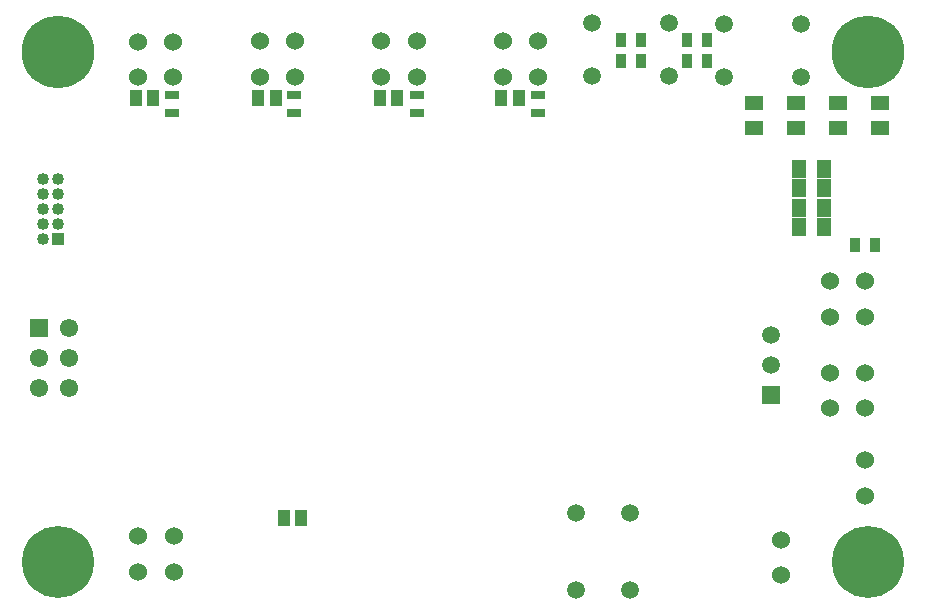
<source format=gbr>
%FSTAX23Y23*%
%MOIN*%
%SFA1B1*%

%IPPOS*%
%ADD13R,0.059000X0.049000*%
%ADD27C,0.059000*%
%ADD28R,0.061000X0.061000*%
%ADD29C,0.061000*%
%ADD30C,0.060000*%
%ADD31C,0.059000*%
%ADD32R,0.059000X0.059000*%
%ADD33R,0.040000X0.040000*%
%ADD34C,0.040000*%
%ADD35C,0.242000*%
%ADD36C,0.240000*%
%ADD38R,0.043000X0.053000*%
%ADD39R,0.033000X0.051000*%
%ADD40R,0.047000X0.031000*%
%ADD41R,0.049000X0.059000*%
%LNtemperature_monitor_&_display_pads_bot-1*%
%LPD*%
G54D13*
X0247Y01597D03*
Y0168D03*
X0289D03*
Y01597D03*
X0275Y0168D03*
Y01597D03*
X0261Y0168D03*
Y01597D03*
G54D27*
X0193Y01945D03*
X02186D03*
X0193Y01768D03*
X02186D03*
X0237Y01942D03*
X02626D03*
X0237Y01765D03*
X02626D03*
X01876Y00057D03*
Y00313D03*
X02054Y00057D03*
Y00313D03*
G54D28*
X00085Y0093D03*
G54D29*
X00085Y0083D03*
Y0073D03*
X00185Y0093D03*
Y0083D03*
Y0073D03*
G54D30*
X0256Y00105D03*
Y00223D03*
X0284Y00488D03*
Y0037D03*
X00534Y00234D03*
Y00116D03*
X00416Y00234D03*
Y00116D03*
X01631Y01766D03*
Y01884D03*
X01749Y01766D03*
Y01884D03*
X01226Y01766D03*
Y01884D03*
X01344Y01766D03*
Y01884D03*
X0284Y01085D03*
Y00967D03*
X02722Y01085D03*
Y00967D03*
X0284Y0078D03*
Y00662D03*
X02722Y0078D03*
Y00662D03*
X00821Y01766D03*
Y01884D03*
X00939Y01766D03*
Y01884D03*
X00533Y01883D03*
Y01765D03*
X00415Y01883D03*
Y01765D03*
G54D31*
X02525Y00905D03*
Y00805D03*
G54D32*
X02525Y00705D03*
G54D33*
X0015Y01225D03*
G54D34*
X001Y01225D03*
X0015Y01275D03*
X001D03*
X0015Y01325D03*
X001D03*
X0015Y01375D03*
X001D03*
X0015Y01425D03*
X001D03*
G54D35*
X0015Y0185D03*
X0285D03*
G54D36*
X0285Y0015D03*
X0015D03*
G54D38*
X0096Y00295D03*
X00903D03*
X01626Y01695D03*
X01684D03*
X01221D03*
X01279D03*
X00467D03*
X0041D03*
X00874D03*
X00816D03*
G54D39*
X02247Y0182D03*
X02313D03*
X02247Y0189D03*
X02313D03*
X02027Y0182D03*
X02093D03*
X02027Y0189D03*
X02093D03*
X02873Y01205D03*
X02807D03*
G54D40*
X0175Y01646D03*
Y01705D03*
X01345Y01645D03*
Y01704D03*
X00935Y01645D03*
Y01705D03*
X0053Y01645D03*
Y01705D03*
G54D41*
X02619Y01265D03*
X02701D03*
X02619Y0133D03*
X02701D03*
X02619Y01395D03*
X02701D03*
X02619Y0146D03*
X02701D03*
M02*
</source>
